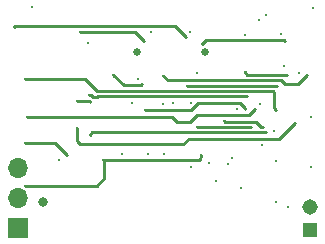
<source format=gbr>
%TF.GenerationSoftware,KiCad,Pcbnew,(6.0.7)*%
%TF.CreationDate,2023-09-19T20:50:44-05:00*%
%TF.ProjectId,CounterProject,436f756e-7465-4725-9072-6f6a6563742e,rev?*%
%TF.SameCoordinates,Original*%
%TF.FileFunction,Copper,L3,Inr*%
%TF.FilePolarity,Positive*%
%FSLAX46Y46*%
G04 Gerber Fmt 4.6, Leading zero omitted, Abs format (unit mm)*
G04 Created by KiCad (PCBNEW (6.0.7)) date 2023-09-19 20:50:44*
%MOMM*%
%LPD*%
G01*
G04 APERTURE LIST*
%TA.AperFunction,ComponentPad*%
%ADD10R,1.308000X1.308000*%
%TD*%
%TA.AperFunction,ComponentPad*%
%ADD11C,1.308000*%
%TD*%
%TA.AperFunction,ComponentPad*%
%ADD12R,1.700000X1.700000*%
%TD*%
%TA.AperFunction,ComponentPad*%
%ADD13O,1.700000X1.700000*%
%TD*%
%TA.AperFunction,ComponentPad*%
%ADD14C,0.660400*%
%TD*%
%TA.AperFunction,ViaPad*%
%ADD15C,0.250000*%
%TD*%
%TA.AperFunction,ViaPad*%
%ADD16C,0.800000*%
%TD*%
%TA.AperFunction,Conductor*%
%ADD17C,0.250000*%
%TD*%
G04 APERTURE END LIST*
D10*
%TO.N,/VBAT*%
%TO.C,BT2*%
X184700000Y-41200000D03*
D11*
%TO.N,GND*%
X184700000Y-39200000D03*
%TD*%
D12*
%TO.N,Net-(J3-Pad1)*%
%TO.C,J3*%
X160000000Y-41000000D03*
D13*
%TO.N,/VPWR*%
X160000000Y-38460000D03*
%TO.N,GND*%
X160000000Y-35920000D03*
%TD*%
D14*
%TO.N,N/C*%
%TO.C,J1*%
X175889999Y-26110801D03*
X170110001Y-26110801D03*
%TD*%
D15*
%TO.N,/VBAT*%
X179200000Y-27800000D03*
X179200000Y-24650500D03*
X182800000Y-28000000D03*
X182900000Y-39200000D03*
X166000000Y-29700000D03*
X179400000Y-29850000D03*
%TO.N,GND*%
X174700001Y-35800001D03*
X174600000Y-24400000D03*
X170200000Y-28400000D03*
X184800000Y-35800000D03*
X161200000Y-22300000D03*
X173100000Y-30424500D03*
X185000000Y-22400000D03*
D16*
X162124500Y-38800000D03*
D15*
X180400000Y-23400000D03*
X176200539Y-35449500D03*
X184800000Y-31600000D03*
X171300000Y-24400000D03*
X177775255Y-35554815D03*
%TO.N,/SW4_IN*%
X183500000Y-32100000D03*
X165949500Y-25300000D03*
X165024093Y-32559184D03*
%TO.N,/SDA*%
X184500000Y-28000000D03*
X172300000Y-28100000D03*
%TO.N,/SCL*%
X172300000Y-30500000D03*
X183800000Y-27900000D03*
%TO.N,/I2C_PULLUP*%
X180549500Y-30500195D03*
X169700000Y-30400000D03*
%TO.N,/UPDI*%
X181900000Y-31000000D03*
X160600000Y-28400000D03*
%TO.N,/SW1_IN*%
X178114500Y-35100000D03*
%TO.N,/SW2_IN*%
X166100000Y-33100000D03*
X181000000Y-32900000D03*
%TO.N,/VPWR*%
X160600000Y-37400000D03*
X175500000Y-34800000D03*
X177500000Y-31950500D03*
X180800000Y-32400000D03*
X181000000Y-23000000D03*
X167200000Y-35200000D03*
%TO.N,/SW3_IN*%
X182300000Y-24600000D03*
X181700000Y-32800000D03*
%TO.N,Net-(C3-Pad1)*%
X170500000Y-28800000D03*
X168100000Y-28000000D03*
X175200000Y-27900000D03*
X182500000Y-27300000D03*
X175600000Y-25400000D03*
X182600000Y-25200000D03*
X178000000Y-25100000D03*
%TO.N,/DISP_RESET*%
X172400000Y-34750500D03*
X178600000Y-30900000D03*
%TO.N,Net-(C5-Pad1)*%
X179750000Y-32450000D03*
X175200000Y-32400000D03*
X181900000Y-38800000D03*
X174642390Y-30380379D03*
%TO.N,Net-(C5-Pad2)*%
X174300000Y-28930000D03*
X181900000Y-35350501D03*
X181924500Y-29000000D03*
%TO.N,Net-(C6-Pad1)*%
X179200000Y-30900000D03*
X171000000Y-34750500D03*
X170775500Y-31000000D03*
%TO.N,Net-(C6-Pad2)*%
X180675000Y-33925000D03*
X168800000Y-34750500D03*
%TO.N,Net-(C9-Pad2)*%
X164200000Y-34824500D03*
X160600000Y-33800000D03*
%TO.N,Net-(C10-Pad2)*%
X166100000Y-30300000D03*
X165050500Y-30281466D03*
X163500000Y-35200000D03*
%TO.N,/DISP*%
X173500000Y-32024500D03*
X176800000Y-37000000D03*
X178900000Y-37600000D03*
X160800000Y-31600000D03*
X180100000Y-30900000D03*
%TO.N,Net-(J1-PadA5)*%
X174200000Y-24849500D03*
X159700000Y-24000000D03*
%TO.N,Net-(J1-PadB5)*%
X165298524Y-24400506D03*
X170700000Y-25200000D03*
%TD*%
D17*
%TO.N,/VBAT*%
X171800000Y-29850000D02*
X174350000Y-29850000D01*
X174350000Y-29850000D02*
X174485319Y-29850000D01*
X179400000Y-28000000D02*
X179200000Y-27800000D01*
X166000000Y-29700000D02*
X166164681Y-29700000D01*
X174350000Y-29850000D02*
X179400000Y-29850000D01*
X166700000Y-29900000D02*
X166750000Y-29850000D01*
X166364681Y-29900000D02*
X166700000Y-29900000D01*
X166164681Y-29700000D02*
X166364681Y-29900000D01*
X182800000Y-28000000D02*
X179400000Y-28000000D01*
X166750000Y-29850000D02*
X171800000Y-29850000D01*
%TO.N,/SW4_IN*%
X183500000Y-32100000D02*
X182145000Y-33455000D01*
X174400000Y-33500000D02*
X174000000Y-33900000D01*
X174000000Y-33900000D02*
X165300000Y-33900000D01*
X182145000Y-33455000D02*
X174445000Y-33455000D01*
X165300000Y-33900000D02*
X165024093Y-33624093D01*
X174445000Y-33455000D02*
X174400000Y-33500000D01*
X165024093Y-33624093D02*
X165024093Y-32559184D01*
%TO.N,/SDA*%
X182600000Y-28800000D02*
X182280500Y-28480500D01*
X172680500Y-28480500D02*
X172300000Y-28100000D01*
X183700000Y-28800000D02*
X182600000Y-28800000D01*
X184500000Y-28000000D02*
X183700000Y-28800000D01*
X182280500Y-28480500D02*
X172680500Y-28480500D01*
%TO.N,/UPDI*%
X181700000Y-29500000D02*
X181600000Y-29400000D01*
X181900000Y-31000000D02*
X181700000Y-30800000D01*
X166700000Y-29400000D02*
X165700000Y-28400000D01*
X181700000Y-30800000D02*
X181700000Y-29500000D01*
X181600000Y-29400000D02*
X166700000Y-29400000D01*
X165700000Y-28400000D02*
X160600000Y-28400000D01*
%TO.N,/SW2_IN*%
X166300000Y-32900000D02*
X166100000Y-33100000D01*
X181000000Y-32900000D02*
X166300000Y-32900000D01*
%TO.N,/VPWR*%
X166700000Y-37400000D02*
X167300000Y-36800000D01*
X177500000Y-31950500D02*
X177549500Y-32000000D01*
X160600000Y-37400000D02*
X166700000Y-37400000D01*
X177549500Y-32000000D02*
X179400000Y-32000000D01*
X175500000Y-34800000D02*
X175400000Y-35200000D01*
X180600000Y-32400000D02*
X180800000Y-32400000D01*
X167300000Y-35300000D02*
X167200000Y-35200000D01*
X179400000Y-32000000D02*
X179420000Y-31980000D01*
X180180000Y-31980000D02*
X180600000Y-32400000D01*
X179420000Y-31980000D02*
X180180000Y-31980000D01*
X167300000Y-36800000D02*
X167300000Y-35300000D01*
X175400000Y-35200000D02*
X167200000Y-35200000D01*
%TO.N,Net-(C3-Pad1)*%
X178000000Y-25100000D02*
X182500000Y-25100000D01*
X170430000Y-28870000D02*
X168970000Y-28870000D01*
X182500000Y-25100000D02*
X182600000Y-25200000D01*
X175600000Y-25400000D02*
X175900000Y-25100000D01*
X170500000Y-28800000D02*
X170430000Y-28870000D01*
X168970000Y-28870000D02*
X168100000Y-28000000D01*
X175900000Y-25100000D02*
X178000000Y-25100000D01*
%TO.N,Net-(C5-Pad1)*%
X175200000Y-32400000D02*
X175250000Y-32450000D01*
X175250000Y-32450000D02*
X179750000Y-32450000D01*
%TO.N,Net-(C5-Pad2)*%
X175730000Y-28930000D02*
X174300000Y-28930000D01*
X175730500Y-28930500D02*
X175730000Y-28930000D01*
X181924500Y-29000000D02*
X181855000Y-28930500D01*
X181855000Y-28930500D02*
X175730500Y-28930500D01*
%TO.N,Net-(C6-Pad1)*%
X178794681Y-30430000D02*
X175234681Y-30430000D01*
X178882340Y-30517659D02*
X178794681Y-30430000D01*
X174664681Y-31000000D02*
X170775500Y-31000000D01*
X179200000Y-30900000D02*
X179200000Y-30835319D01*
X175234681Y-30430000D02*
X174664681Y-31000000D01*
X179200000Y-30835319D02*
X178882340Y-30517659D01*
%TO.N,Net-(C9-Pad2)*%
X163175500Y-33800000D02*
X164200000Y-34824500D01*
X160600000Y-33800000D02*
X163175500Y-33800000D01*
%TO.N,Net-(C10-Pad2)*%
X165050500Y-30281466D02*
X166081466Y-30281466D01*
X166081466Y-30281466D02*
X166100000Y-30300000D01*
%TO.N,/DISP*%
X173500000Y-32024500D02*
X174575500Y-32024500D01*
X179600000Y-31400000D02*
X180100000Y-30900000D01*
X160800000Y-31600000D02*
X173075500Y-31600000D01*
X174575500Y-32024500D02*
X175200000Y-31400000D01*
X175200000Y-31400000D02*
X179600000Y-31400000D01*
X173075500Y-31600000D02*
X173500000Y-32024500D01*
%TO.N,Net-(J1-PadA5)*%
X159700000Y-24000000D02*
X159770000Y-23930000D01*
X159770000Y-23930000D02*
X173280500Y-23930000D01*
X173280500Y-23930000D02*
X174200000Y-24849500D01*
%TO.N,Net-(J1-PadB5)*%
X165298524Y-24400506D02*
X169900506Y-24400506D01*
X169900506Y-24400506D02*
X170700000Y-25200000D01*
%TD*%
M02*

</source>
